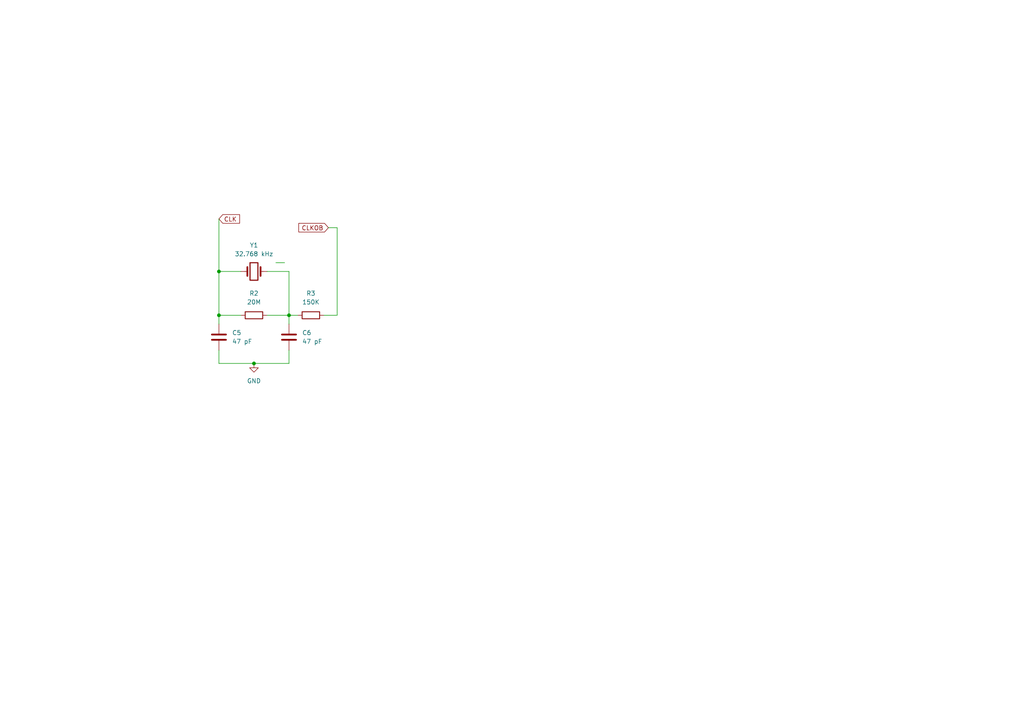
<source format=kicad_sch>
(kicad_sch (version 20230121) (generator eeschema)
  (paper "A4")
  (lib_symbols
    (symbol "Device:C" (pin_numbers hide) (pin_names (offset 0.254))
      (property "Reference" "C" (at 0.635 2.54 0))
      (property "Value" "C" (at 0.635 -2.54 0))
      (symbol "C_0_1"
        (polyline (pts (xy -2.032 -0.762) (xy 2.032 -0.762)) (stroke (width 0.508)))
        (polyline (pts (xy -2.032 0.762) (xy 2.032 0.762)) (stroke (width 0.508)))
      )
      (symbol "C_1_1"
        (pin passive line (at 0 3.81 270) (length 2.794) (name "~") (number "1"))
        (pin passive line (at 0 -3.81 90) (length 2.794) (name "~") (number "2"))
      )
    )
    (symbol "Device:Crystal" (pin_numbers hide) (pin_names (offset 1.016) hide)
      (property "Reference" "Y" (at 0 3.81 0))
      (property "Value" "Crystal" (at 0 -3.81 0))
      (symbol "Crystal_0_1"
        (rectangle (start -1.143 2.54) (end 1.143 -2.54) (stroke (width 0.3048)))
        (polyline (pts (xy -2.54 0) (xy -1.905 0)))
        (polyline (pts (xy -1.905 -1.27) (xy -1.905 1.27)) (stroke (width 0.508)))
        (polyline (pts (xy 1.905 -1.27) (xy 1.905 1.27)) (stroke (width 0.508)))
        (polyline (pts (xy 2.54 0) (xy 1.905 0)))
      )
      (symbol "Crystal_1_1"
        (pin passive line (at -3.81 0 0) (length 1.27) (name "1") (number "1"))
        (pin passive line (at 3.81 0 180) (length 1.27) (name "2") (number "2"))
      )
    )
    (symbol "Device:R" (pin_numbers hide) (pin_names (offset 0))
      (property "Reference" "R" (at 2.032 0 90))
      (property "Value" "R" (at 0 0 90))
      (symbol "R_0_1"
        (rectangle (start -1.016 -2.54) (end 1.016 2.54) (stroke (width 0.254)))
      )
      (symbol "R_1_1"
        (pin passive line (at 0 3.81 270) (length 1.27) (name "~") (number "1"))
        (pin passive line (at 0 -3.81 90) (length 1.27) (name "~") (number "2"))
      )
    )
    (symbol "power:GND" (power) (pin_names (offset 0))
      (property "Value" "GND" (at 0 -3.81 0))
      (symbol "GND_0_1"
        (polyline (pts (xy 0 0) (xy 0 -1.27) (xy 1.27 -1.27) (xy 0 -2.54) (xy -1.27 -1.27) (xy 0 -1.27)))
      )
      (symbol "GND_1_1"
        (pin power_in line (at 0 0 270) (length 0) hide (name "GND") (number "1"))
      )
    )
  )
  (junction (at 73.66 105.41))
  (junction (at 63.5 91.44))
  (junction (at 63.5 78.74))
  (junction (at 83.82 91.44))
  (wire (pts (xy 83.82 105.41) (xy 83.82 101.6)))
  (wire (pts (xy 63.5 63.5) (xy 63.5 78.74)))
  (wire (pts (xy 69.85 91.44) (xy 63.5 91.44)))
  (wire (pts (xy 97.79 66.04) (xy 97.79 91.44)))
  (wire (pts (xy 83.82 91.44) (xy 83.82 93.98)))
  (wire (pts (xy 63.5 78.74) (xy 63.5 91.44)))
  (wire (pts (xy 77.47 78.74) (xy 83.82 78.74)))
  (wire (pts (xy 73.66 105.41) (xy 83.82 105.41)))
  (wire (pts (xy 63.5 105.41) (xy 73.66 105.41)))
  (wire (pts (xy 77.47 91.44) (xy 83.82 91.44)))
  (wire (pts (xy 80.01 76.2) (xy 82.55 76.2)))
  (wire (pts (xy 93.98 91.44) (xy 97.79 91.44)))
  (wire (pts (xy 63.5 91.44) (xy 63.5 93.98)))
  (wire (pts (xy 69.85 78.74) (xy 63.5 78.74)))
  (wire (pts (xy 95.25 66.04) (xy 97.79 66.04)))
  (wire (pts (xy 83.82 91.44) (xy 86.36 91.44)))
  (wire (pts (xy 63.5 105.41) (xy 63.5 101.6)))
  (wire (pts (xy 83.82 78.74) (xy 83.82 91.44)))
  (global_label "CLK" (shape input) (at 63.5 63.5 0) (property "Intersheetrefs" "${INTERSHEET_REFS}" (effects hide)))
  (global_label "CLKOB" (shape input) (at 95.25 66.04 180) (property "Intersheetrefs" "${INTERSHEET_REFS}" (effects hide)))
  (symbol (lib_id "Device:R") (at 90.17 91.44 270) (unit 1)
    (property "Reference" "R3" (at 90.17 85.09 90))
    (property "Value" "150K" (at 90.17 87.63 90))
    (instances (project "Mench Reloaded" (path "" (reference "R3") (unit 1)) (path "" (reference "R4") (unit 1))))
  )
  (symbol (lib_id "Device:C") (at 63.5 97.79 0) (unit 1)
    (property "Reference" "C5" (at 67.31 96.52 0) (effects (justify left)))
    (property "Value" "47 pF" (at 67.31 99.06 0) (effects (justify left)))
    (instances (project "Mench Reloaded" (path "" (reference "C5") (unit 1)) (path "" (reference "C7") (unit 1))))
  )
  (symbol (lib_id "Device:R") (at 73.66 91.44 270) (unit 1)
    (property "Reference" "R2" (at 73.66 85.09 90))
    (property "Value" "20M" (at 73.66 87.63 90))
    (instances (project "Mench Reloaded" (path "" (reference "R2") (unit 1)) (path "" (reference "R1") (unit 1))))
  )
  (symbol (lib_id "power:GND") (at 73.66 105.41 0) (unit 1)
    (property "Reference" "#PWR010" (effects hide))
    (property "Value" "GND" (at 73.66 110.49 0))
    (instances (project "Mench Reloaded" (path "" (reference "#PWR010") (unit 1)) (path "" (reference "#PWR025") (unit 1))))
  )
  (symbol (lib_id "Device:C") (at 83.82 97.79 0) (unit 1)
    (property "Reference" "C6" (at 87.63 96.52 0) (effects (justify left)))
    (property "Value" "47 pF" (at 87.63 99.06 0) (effects (justify left)))
    (instances (project "Mench Reloaded" (path "" (reference "C6") (unit 1)) (path "" (reference "C8") (unit 1))))
  )
  (symbol (lib_id "Device:Crystal") (at 73.66 78.74 0) (unit 1)
    (property "Reference" "Y1" (at 73.66 71.12 0))
    (property "Value" "32.768 kHz" (at 73.66 73.66 0))
    (instances (project "Mench Reloaded" (path "" (reference "Y1") (unit 1)) (path "" (reference "Y2") (unit 1))))
  )
)
</source>
